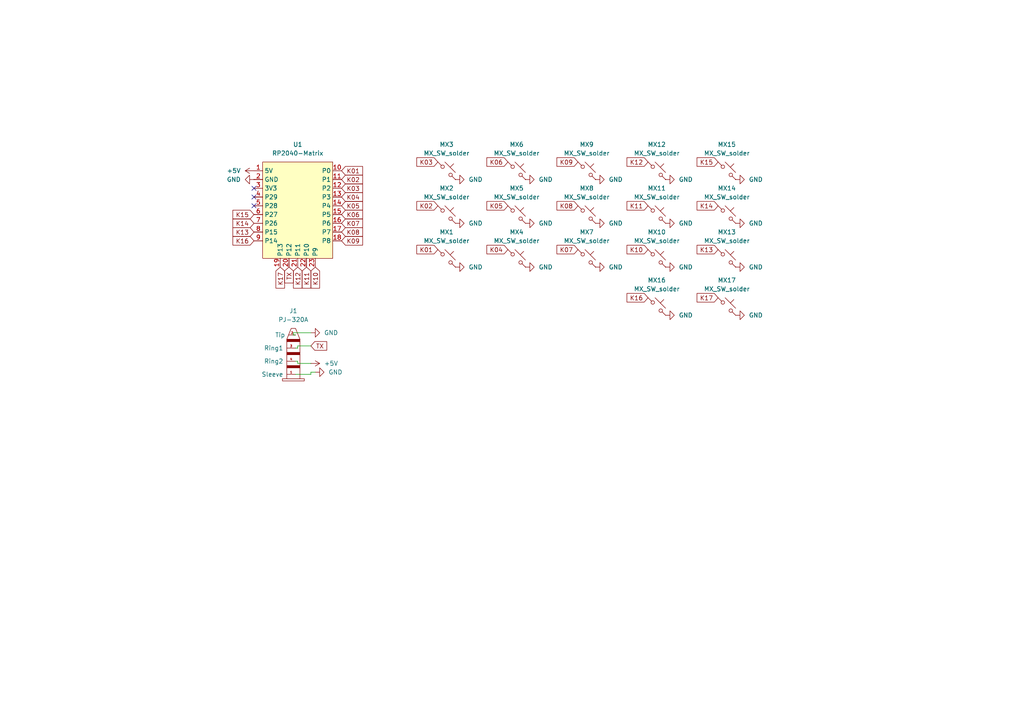
<source format=kicad_sch>
(kicad_sch (version 20231120) (generator "eeschema") (generator_version "8.0")
  (paper "A4")
  (lib_symbols
    (symbol "PJ-320A_Library:PJ-320A" (pin_names (offset 1.016))
      (property "Reference" "U" (at 0 -1.905 0))
      (property "Value" "PJ-320A" (at 0 0 0))
      (symbol "PJ-320A_0_1"
        (rectangle (start -3.175 1.27) (end 3.175 1.905))
        (rectangle (start -1.905 1.905) (end 1.905 5.08))
        (rectangle (start -1.905 5.08) (end 1.905 5.715) (fill (type outline)))
        (rectangle (start -1.905 5.715) (end 1.905 8.89))
        (rectangle (start -1.905 8.89) (end 1.905 9.525) (fill (type outline)))
        (rectangle (start -1.905 9.525) (end 1.905 12.7))
        (rectangle (start -1.905 12.7) (end 1.905 13.335) (fill (type outline)))
        (polyline (pts (xy -1.905 13.335) (xy -0.635 16.51) (xy 0.635 16.51) (xy 1.905 13.335) (xy -1.905 13.335)))
      )
      (symbol "PJ-320A_1_1"
        (pin bidirectional line (at 0.635 3.175 180) (length 2.54) (name "Sleeve") (number "1"))
        (pin bidirectional line (at 0.635 14.605 180) (length 2.0066) (name "Tip") (number "2"))
        (pin bidirectional line (at 0.635 10.795 180) (length 2.54) (name "Ring1") (number "3"))
        (pin bidirectional line (at 0.635 6.985 180) (length 2.54) (name "Ring2") (number "4"))
      )
    )
    (symbol "marbastlib-mx:MX_SW_solder" (pin_numbers hide) (pin_names (offset 1.016) hide)
      (property "Reference" "MX" (at 3.048 1.016 0))
      (property "Value" "MX_SW_solder" (at 0 -3.81 0))
      (symbol "MX_SW_solder_0_1"
        (circle (center -1.1684 1.1684) (radius 0.508))
        (polyline (pts (xy -0.508 2.54) (xy 2.54 -0.508)))
        (polyline (pts (xy 1.016 1.016) (xy 2.032 2.032)))
        (polyline (pts (xy -2.54 2.54) (xy -1.524 1.524) (xy -1.524 1.524)))
        (polyline (pts (xy 1.524 -1.524) (xy 2.54 -2.54) (xy 2.54 -2.54) (xy 2.54 -2.54)))
        (circle (center 1.143 -1.1938) (radius 0.508))
        (pin passive line (at -2.54 2.54 0) (length 0) (name "1") (number "1"))
        (pin passive line (at 2.54 -2.54 180) (length 0) (name "2") (number "2"))
      )
    )
    (symbol "marbastlib-promicroish:RP2040-Matrix" (in_bom no)
      (property "Reference" "U" (at 0 20.574 0))
      (property "Value" "RP2040-Matrix" (at 0 18.034 0))
      (symbol "RP2040-Matrix_0_0"
        (pin bidirectional line (at 12.7 13.97 180) (length 2.54) (name "P0") (number "10"))
        (pin bidirectional line (at 12.7 11.43 180) (length 2.54) (name "P1") (number "11"))
        (pin bidirectional line (at 12.7 8.89 180) (length 2.54) (name "P2") (number "12"))
        (pin power_out line (at 12.7 3.81 180) (length 2.54) (name "P4") (number "14"))
        (pin bidirectional line (at 12.7 1.27 180) (length 2.54) (name "P5") (number "15"))
        (pin bidirectional line (at 12.7 -3.81 180) (length 2.54) (name "P7") (number "17"))
        (pin bidirectional line (at 12.7 -6.35 180) (length 2.54) (name "P8") (number "18"))
        (pin bidirectional line (at -5.08 -13.97 90) (length 2.54) (name "P13") (number "19"))
        (pin bidirectional line (at -2.54 -13.97 90) (length 2.54) (name "P12") (number "20"))
        (pin bidirectional line (at 0 -13.97 90) (length 2.54) (name "P11") (number "21"))
        (pin bidirectional line (at 2.54 -13.97 90) (length 2.54) (name "P10") (number "22"))
        (pin bidirectional line (at 5.08 -13.97 90) (length 2.54) (name "P9") (number "23"))
        (pin bidirectional line (at -12.7 3.81 0) (length 2.54) (name "P28") (number "5"))
        (pin bidirectional line (at -12.7 1.27 0) (length 2.54) (name "P27") (number "6"))
        (pin bidirectional line (at -12.7 -1.27 0) (length 2.54) (name "P26") (number "7"))
        (pin bidirectional line (at -12.7 -3.81 0) (length 2.54) (name "P15") (number "8"))
      )
      (symbol "RP2040-Matrix_1_0"
        (pin power_out line (at -12.7 13.97 0) (length 2.54) (name "5V") (number "1"))
        (pin bidirectional line (at 12.7 6.35 180) (length 2.54) (name "P3") (number "13"))
        (pin power_out line (at 12.7 -1.27 180) (length 2.54) (name "P6") (number "16"))
        (pin power_out line (at -12.7 11.43 0) (length 2.54) (name "GND") (number "2"))
        (pin power_out line (at -12.7 8.89 0) (length 2.54) (name "3V3") (number "3"))
        (pin bidirectional line (at -12.7 6.35 0) (length 2.54) (name "P29") (number "4"))
        (pin bidirectional line (at -12.7 -6.35 0) (length 2.54) (name "P14") (number "9"))
      )
      (symbol "RP2040-Matrix_1_1"
        (rectangle (start -10.16 16.51) (end 10.16 -11.43) (fill (type background)))
      )
    )
    (symbol "power:+5V" (power) (pin_numbers hide) (pin_names (offset 0) hide)
      (property "Value" "+5V" (at 0 3.556 0))
      (symbol "+5V_0_1"
        (polyline (pts (xy -0.762 1.27) (xy 0 2.54)))
        (polyline (pts (xy 0 0) (xy 0 2.54)))
        (polyline (pts (xy 0 2.54) (xy 0.762 1.27)))
      )
      (symbol "+5V_1_1"
        (pin power_in line (at 0 0 90) (length 0) (name "~") (number "1"))
      )
    )
    (symbol "power:GND" (power) (pin_numbers hide) (pin_names (offset 0) hide)
      (property "Value" "GND" (at 0 -3.81 0))
      (symbol "GND_0_1"
        (polyline (pts (xy 0 0) (xy 0 -1.27) (xy 1.27 -1.27) (xy 0 -2.54) (xy -1.27 -1.27) (xy 0 -1.27)))
      )
      (symbol "GND_1_1"
        (pin power_in line (at 0 0 270) (length 0) (name "~") (number "1"))
      )
    )
  )
  (no_connect (at 73.66 59.69))
  (no_connect (at 73.66 54.61))
  (no_connect (at 73.66 57.15))
  (wire (pts (xy 90.17 107.95) (xy 90.17 108.585)))
  (wire (pts (xy 85.09 97.155) (xy 85.725 97.155)))
  (wire (pts (xy 90.17 108.585) (xy 85.725 108.585)))
  (wire (pts (xy 86.36 100.33) (xy 86.36 100.965)))
  (wire (pts (xy 86.36 105.41) (xy 86.36 104.775)))
  (wire (pts (xy 86.36 104.775) (xy 85.725 104.775)))
  (wire (pts (xy 85.09 96.52) (xy 90.17 96.52)))
  (wire (pts (xy 90.17 107.95) (xy 91.44 107.95)))
  (wire (pts (xy 85.09 96.52) (xy 85.09 97.155)))
  (wire (pts (xy 86.36 100.965) (xy 85.725 100.965)))
  (wire (pts (xy 86.36 105.41) (xy 90.17 105.41)))
  (wire (pts (xy 86.36 100.33) (xy 90.17 100.33)))
  (global_label "K13" (shape input) (at 208.28 72.39 180) (property "Intersheetrefs" "${INTERSHEET_REFS}" (effects (hide yes))))
  (global_label "K11" (shape input) (at 88.9 77.47 270) (property "Intersheetrefs" "${INTERSHEET_REFS}" (effects (hide yes))))
  (global_label "K11" (shape input) (at 187.96 59.69 180) (property "Intersheetrefs" "${INTERSHEET_REFS}" (effects (hide yes))))
  (global_label "K14" (shape input) (at 73.66 64.77 180) (property "Intersheetrefs" "${INTERSHEET_REFS}" (effects (hide yes))))
  (global_label "K16" (shape input) (at 187.96 86.36 180) (property "Intersheetrefs" "${INTERSHEET_REFS}" (effects (hide yes))))
  (global_label "K04" (shape input) (at 147.32 72.39 180) (property "Intersheetrefs" "${INTERSHEET_REFS}" (effects (hide yes))))
  (global_label "K08" (shape input) (at 167.64 59.69 180) (property "Intersheetrefs" "${INTERSHEET_REFS}" (effects (hide yes))))
  (global_label "K16" (shape input) (at 73.66 69.85 180) (property "Intersheetrefs" "${INTERSHEET_REFS}" (effects (hide yes))))
  (global_label "K15" (shape input) (at 73.66 62.23 180) (property "Intersheetrefs" "${INTERSHEET_REFS}" (effects (hide yes))))
  (global_label "TX" (shape input) (at 83.82 77.47 270) (property "Intersheetrefs" "${INTERSHEET_REFS}" (effects (hide yes))))
  (global_label "K06" (shape input) (at 99.06 62.23 0) (property "Intersheetrefs" "${INTERSHEET_REFS}" (effects (hide yes))))
  (global_label "K01" (shape input) (at 127 72.39 180) (property "Intersheetrefs" "${INTERSHEET_REFS}" (effects (hide yes))))
  (global_label "K02" (shape input) (at 127 59.69 180) (property "Intersheetrefs" "${INTERSHEET_REFS}" (effects (hide yes))))
  (global_label "K12" (shape input) (at 187.96 46.99 180) (property "Intersheetrefs" "${INTERSHEET_REFS}" (effects (hide yes))))
  (global_label "K03" (shape input) (at 99.06 54.61 0) (property "Intersheetrefs" "${INTERSHEET_REFS}" (effects (hide yes))))
  (global_label "K10" (shape input) (at 187.96 72.39 180) (property "Intersheetrefs" "${INTERSHEET_REFS}" (effects (hide yes))))
  (global_label "K05" (shape input) (at 99.06 59.69 0) (property "Intersheetrefs" "${INTERSHEET_REFS}" (effects (hide yes))))
  (global_label "K13" (shape input) (at 73.66 67.31 180) (property "Intersheetrefs" "${INTERSHEET_REFS}" (effects (hide yes))))
  (global_label "K06" (shape input) (at 147.32 46.99 180) (property "Intersheetrefs" "${INTERSHEET_REFS}" (effects (hide yes))))
  (global_label "K10" (shape input) (at 91.44 77.47 270) (property "Intersheetrefs" "${INTERSHEET_REFS}" (effects (hide yes))))
  (global_label "K05" (shape input) (at 147.32 59.69 180) (property "Intersheetrefs" "${INTERSHEET_REFS}" (effects (hide yes))))
  (global_label "K07" (shape input) (at 167.64 72.39 180) (property "Intersheetrefs" "${INTERSHEET_REFS}" (effects (hide yes))))
  (global_label "K01" (shape input) (at 99.06 49.53 0) (property "Intersheetrefs" "${INTERSHEET_REFS}" (effects (hide yes))))
  (global_label "K09" (shape input) (at 99.06 69.85 0) (property "Intersheetrefs" "${INTERSHEET_REFS}" (effects (hide yes))))
  (global_label "K15" (shape input) (at 208.28 46.99 180) (property "Intersheetrefs" "${INTERSHEET_REFS}" (effects (hide yes))))
  (global_label "K07" (shape input) (at 99.06 64.77 0) (property "Intersheetrefs" "${INTERSHEET_REFS}" (effects (hide yes))))
  (global_label "K04" (shape input) (at 99.06 57.15 0) (property "Intersheetrefs" "${INTERSHEET_REFS}" (effects (hide yes))))
  (global_label "K03" (shape input) (at 127 46.99 180) (property "Intersheetrefs" "${INTERSHEET_REFS}" (effects (hide yes))))
  (global_label "K09" (shape input) (at 167.64 46.99 180) (property "Intersheetrefs" "${INTERSHEET_REFS}" (effects (hide yes))))
  (global_label "K02" (shape input) (at 99.06 52.07 0) (property "Intersheetrefs" "${INTERSHEET_REFS}" (effects (hide yes))))
  (global_label "K17" (shape input) (at 208.28 86.36 180) (property "Intersheetrefs" "${INTERSHEET_REFS}" (effects (hide yes))))
  (global_label "K08" (shape input) (at 99.06 67.31 0) (property "Intersheetrefs" "${INTERSHEET_REFS}" (effects (hide yes))))
  (global_label "K12" (shape input) (at 86.36 77.47 270) (property "Intersheetrefs" "${INTERSHEET_REFS}" (effects (hide yes))))
  (global_label "K14" (shape input) (at 208.28 59.69 180) (property "Intersheetrefs" "${INTERSHEET_REFS}" (effects (hide yes))))
  (global_label "K17" (shape input) (at 81.28 77.47 270) (property "Intersheetrefs" "${INTERSHEET_REFS}" (effects (hide yes))))
  (global_label "TX" (shape input) (at 90.17 100.33 0) (property "Intersheetrefs" "${INTERSHEET_REFS}" (effects (hide yes))))
  (symbol (lib_id "marbastlib-mx:MX_SW_solder") (at 129.54 49.53 0) (unit 1)
    (property "Reference" "MX3" (at 129.54 41.91 0))
    (property "Value" "MX_SW_solder" (at 129.54 44.45 0))
    (property "Footprint" "risha:SW_MX_Reversible_1u" (effects (hide yes)))
    (property "Description" "Push button switch, normally open, two pins, 45° tilted" (effects (hide yes)))
  )
  (symbol (lib_id "marbastlib-mx:MX_SW_solder") (at 170.18 74.93 0) (unit 1)
    (property "Reference" "MX7" (at 170.18 67.31 0))
    (property "Value" "MX_SW_solder" (at 170.18 69.85 0))
    (property "Footprint" "risha:SW_MX_Reversible_1u" (effects (hide yes)))
    (property "Description" "Push button switch, normally open, two pins, 45° tilted" (effects (hide yes)))
  )
  (symbol (lib_id "power:GND") (at 91.44 107.95 90) (unit 1)
    (property "Reference" "#PWR020" (effects (hide yes)))
    (property "Value" "GND" (at 95.25 107.9499 90) (effects (justify right)))
    (property "Description" "Power symbol creates a global label with name \"GND\" , ground" (effects (hide yes)))
  )
  (symbol (lib_id "marbastlib-mx:MX_SW_solder") (at 149.86 62.23 0) (unit 1)
    (property "Reference" "MX5" (at 149.86 54.61 0))
    (property "Value" "MX_SW_solder" (at 149.86 57.15 0))
    (property "Footprint" "risha:SW_MX_Reversible_1u" (effects (hide yes)))
    (property "Description" "Push button switch, normally open, two pins, 45° tilted" (effects (hide yes)))
  )
  (symbol (lib_id "marbastlib-mx:MX_SW_solder") (at 129.54 62.23 0) (unit 1)
    (property "Reference" "MX2" (at 129.54 54.61 0))
    (property "Value" "MX_SW_solder" (at 129.54 57.15 0))
    (property "Footprint" "risha:SW_MX_Reversible_1u" (effects (hide yes)))
    (property "Description" "Push button switch, normally open, two pins, 45° tilted" (effects (hide yes)))
  )
  (symbol (lib_id "power:GND") (at 132.08 52.07 90) (unit 1)
    (property "Reference" "#PWR03" (effects (hide yes)))
    (property "Value" "GND" (at 135.89 52.0699 90) (effects (justify right)))
    (property "Description" "Power symbol creates a global label with name \"GND\" , ground" (effects (hide yes)))
  )
  (symbol (lib_id "power:GND") (at 213.36 64.77 90) (unit 1)
    (property "Reference" "#PWR014" (effects (hide yes)))
    (property "Value" "GND" (at 217.17 64.7699 90) (effects (justify right)))
    (property "Description" "Power symbol creates a global label with name \"GND\" , ground" (effects (hide yes)))
  )
  (symbol (lib_id "power:GND") (at 152.4 77.47 90) (unit 1)
    (property "Reference" "#PWR04" (effects (hide yes)))
    (property "Value" "GND" (at 156.21 77.4699 90) (effects (justify right)))
    (property "Description" "Power symbol creates a global label with name \"GND\" , ground" (effects (hide yes)))
  )
  (symbol (lib_id "power:GND") (at 193.04 52.07 90) (unit 1)
    (property "Reference" "#PWR012" (effects (hide yes)))
    (property "Value" "GND" (at 196.85 52.0699 90) (effects (justify right)))
    (property "Description" "Power symbol creates a global label with name \"GND\" , ground" (effects (hide yes)))
  )
  (symbol (lib_id "power:GND") (at 172.72 64.77 90) (unit 1)
    (property "Reference" "#PWR08" (effects (hide yes)))
    (property "Value" "GND" (at 176.53 64.7699 90) (effects (justify right)))
    (property "Description" "Power symbol creates a global label with name \"GND\" , ground" (effects (hide yes)))
  )
  (symbol (lib_id "PJ-320A_Library:PJ-320A") (at 85.09 111.76 0) (unit 1)
    (property "Reference" "J1" (at 85.09 90.17 0))
    (property "Value" "PJ-320A" (at 85.09 92.71 0))
    (property "Footprint" "risha:PJ-320A_Reversible" (effects (hide yes)))
  )
  (symbol (lib_id "power:+5V") (at 90.17 105.41 270) (unit 1)
    (property "Reference" "#PWR022" (effects (hide yes)))
    (property "Value" "+5V" (at 93.98 105.4099 90) (effects (justify left)))
    (property "Description" "Power symbol creates a global label with name \"+5V\"" (effects (hide yes)))
  )
  (symbol (lib_id "marbastlib-mx:MX_SW_solder") (at 210.82 49.53 0) (unit 1)
    (property "Reference" "MX15" (at 210.82 41.91 0))
    (property "Value" "MX_SW_solder" (at 210.82 44.45 0))
    (property "Footprint" "risha:SW_MX_Reversible_1u" (effects (hide yes)))
    (property "Description" "Push button switch, normally open, two pins, 45° tilted" (effects (hide yes)))
  )
  (symbol (lib_id "marbastlib-mx:MX_SW_solder") (at 129.54 74.93 0) (unit 1)
    (property "Reference" "MX1" (at 129.54 67.31 0))
    (property "Value" "MX_SW_solder" (at 129.54 69.85 0))
    (property "Footprint" "risha:SW_MX_Reversible_1u" (effects (hide yes)))
    (property "Description" "Push button switch, normally open, two pins, 45° tilted" (effects (hide yes)))
  )
  (symbol (lib_id "power:GND") (at 132.08 77.47 90) (unit 1)
    (property "Reference" "#PWR01" (effects (hide yes)))
    (property "Value" "GND" (at 135.89 77.4699 90) (effects (justify right)))
    (property "Description" "Power symbol creates a global label with name \"GND\" , ground" (effects (hide yes)))
  )
  (symbol (lib_id "marbastlib-mx:MX_SW_solder") (at 170.18 49.53 0) (unit 1)
    (property "Reference" "MX9" (at 170.18 41.91 0))
    (property "Value" "MX_SW_solder" (at 170.18 44.45 0))
    (property "Footprint" "risha:SW_MX_Reversible_1u" (effects (hide yes)))
    (property "Description" "Push button switch, normally open, two pins, 45° tilted" (effects (hide yes)))
  )
  (symbol (lib_id "power:GND") (at 132.08 64.77 90) (unit 1)
    (property "Reference" "#PWR02" (effects (hide yes)))
    (property "Value" "GND" (at 135.89 64.7699 90) (effects (justify right)))
    (property "Description" "Power symbol creates a global label with name \"GND\" , ground" (effects (hide yes)))
  )
  (symbol (lib_id "marbastlib-mx:MX_SW_solder") (at 190.5 62.23 0) (unit 1)
    (property "Reference" "MX11" (at 190.5 54.61 0))
    (property "Value" "MX_SW_solder" (at 190.5 57.15 0))
    (property "Footprint" "risha:SW_MX_Reversible_1u" (effects (hide yes)))
    (property "Description" "Push button switch, normally open, two pins, 45° tilted" (effects (hide yes)))
  )
  (symbol (lib_id "power:GND") (at 152.4 52.07 90) (unit 1)
    (property "Reference" "#PWR06" (effects (hide yes)))
    (property "Value" "GND" (at 156.21 52.0699 90) (effects (justify right)))
    (property "Description" "Power symbol creates a global label with name \"GND\" , ground" (effects (hide yes)))
  )
  (symbol (lib_id "power:GND") (at 193.04 91.44 90) (unit 1)
    (property "Reference" "#PWR016" (effects (hide yes)))
    (property "Value" "GND" (at 196.85 91.4399 90) (effects (justify right)))
    (property "Description" "Power symbol creates a global label with name \"GND\" , ground" (effects (hide yes)))
  )
  (symbol (lib_id "marbastlib-mx:MX_SW_solder") (at 190.5 49.53 0) (unit 1)
    (property "Reference" "MX12" (at 190.5 41.91 0))
    (property "Value" "MX_SW_solder" (at 190.5 44.45 0))
    (property "Footprint" "risha:SW_MX_Reversible_1u" (effects (hide yes)))
    (property "Description" "Push button switch, normally open, two pins, 45° tilted" (effects (hide yes)))
  )
  (symbol (lib_id "power:+5V") (at 73.66 49.53 90) (unit 1)
    (property "Reference" "#PWR018" (effects (hide yes)))
    (property "Value" "+5V" (at 69.85 49.5299 90) (effects (justify left)))
    (property "Description" "Power symbol creates a global label with name \"+5V\"" (effects (hide yes)))
  )
  (symbol (lib_id "power:GND") (at 73.66 52.07 270) (unit 1)
    (property "Reference" "#PWR019" (effects (hide yes)))
    (property "Value" "GND" (at 69.85 52.0699 90) (effects (justify right)))
    (property "Description" "Power symbol creates a global label with name \"GND\" , ground" (effects (hide yes)))
  )
  (symbol (lib_id "marbastlib-mx:MX_SW_solder") (at 170.18 62.23 0) (unit 1)
    (property "Reference" "MX8" (at 170.18 54.61 0))
    (property "Value" "MX_SW_solder" (at 170.18 57.15 0))
    (property "Footprint" "risha:SW_MX_Reversible_1u" (effects (hide yes)))
    (property "Description" "Push button switch, normally open, two pins, 45° tilted" (effects (hide yes)))
  )
  (symbol (lib_id "power:GND") (at 193.04 77.47 90) (unit 1)
    (property "Reference" "#PWR010" (effects (hide yes)))
    (property "Value" "GND" (at 196.85 77.4699 90) (effects (justify right)))
    (property "Description" "Power symbol creates a global label with name \"GND\" , ground" (effects (hide yes)))
  )
  (symbol (lib_id "power:GND") (at 213.36 77.47 90) (unit 1)
    (property "Reference" "#PWR013" (effects (hide yes)))
    (property "Value" "GND" (at 217.17 77.4699 90) (effects (justify right)))
    (property "Description" "Power symbol creates a global label with name \"GND\" , ground" (effects (hide yes)))
  )
  (symbol (lib_id "power:GND") (at 213.36 91.44 90) (unit 1)
    (property "Reference" "#PWR017" (effects (hide yes)))
    (property "Value" "GND" (at 217.17 91.4399 90) (effects (justify right)))
    (property "Description" "Power symbol creates a global label with name \"GND\" , ground" (effects (hide yes)))
  )
  (symbol (lib_id "power:GND") (at 213.36 52.07 90) (unit 1)
    (property "Reference" "#PWR015" (effects (hide yes)))
    (property "Value" "GND" (at 217.17 52.0699 90) (effects (justify right)))
    (property "Description" "Power symbol creates a global label with name \"GND\" , ground" (effects (hide yes)))
  )
  (symbol (lib_id "marbastlib-mx:MX_SW_solder") (at 149.86 74.93 0) (unit 1)
    (property "Reference" "MX4" (at 149.86 67.31 0))
    (property "Value" "MX_SW_solder" (at 149.86 69.85 0))
    (property "Footprint" "risha:SW_MX_Reversible_1u" (effects (hide yes)))
    (property "Description" "Push button switch, normally open, two pins, 45° tilted" (effects (hide yes)))
  )
  (symbol (lib_id "marbastlib-mx:MX_SW_solder") (at 210.82 74.93 0) (unit 1)
    (property "Reference" "MX13" (at 210.82 67.31 0))
    (property "Value" "MX_SW_solder" (at 210.82 69.85 0))
    (property "Footprint" "risha:SW_MX_Reversible_1u" (effects (hide yes)))
    (property "Description" "Push button switch, normally open, two pins, 45° tilted" (effects (hide yes)))
  )
  (symbol (lib_id "power:GND") (at 193.04 64.77 90) (unit 1)
    (property "Reference" "#PWR011" (effects (hide yes)))
    (property "Value" "GND" (at 196.85 64.7699 90) (effects (justify right)))
    (property "Description" "Power symbol creates a global label with name \"GND\" , ground" (effects (hide yes)))
  )
  (symbol (lib_id "power:GND") (at 172.72 77.47 90) (unit 1)
    (property "Reference" "#PWR07" (effects (hide yes)))
    (property "Value" "GND" (at 176.53 77.4699 90) (effects (justify right)))
    (property "Description" "Power symbol creates a global label with name \"GND\" , ground" (effects (hide yes)))
  )
  (symbol (lib_id "power:GND") (at 152.4 64.77 90) (unit 1)
    (property "Reference" "#PWR05" (effects (hide yes)))
    (property "Value" "GND" (at 156.21 64.7699 90) (effects (justify right)))
    (property "Description" "Power symbol creates a global label with name \"GND\" , ground" (effects (hide yes)))
  )
  (symbol (lib_id "marbastlib-mx:MX_SW_solder") (at 190.5 88.9 0) (unit 1)
    (property "Reference" "MX16" (at 190.5 81.28 0))
    (property "Value" "MX_SW_solder" (at 190.5 83.82 0))
    (property "Footprint" "risha:SW_MX_Reversible_1u" (effects (hide yes)))
    (property "Description" "Push button switch, normally open, two pins, 45° tilted" (effects (hide yes)))
  )
  (symbol (lib_id "marbastlib-mx:MX_SW_solder") (at 210.82 88.9 0) (unit 1)
    (property "Reference" "MX17" (at 210.82 81.28 0))
    (property "Value" "MX_SW_solder" (at 210.82 83.82 0))
    (property "Footprint" "risha:SW_MX_Reversible_1u" (effects (hide yes)))
    (property "Description" "Push button switch, normally open, two pins, 45° tilted" (effects (hide yes)))
  )
  (symbol (lib_id "marbastlib-mx:MX_SW_solder") (at 190.5 74.93 0) (unit 1)
    (property "Reference" "MX10" (at 190.5 67.31 0))
    (property "Value" "MX_SW_solder" (at 190.5 69.85 0))
    (property "Footprint" "risha:SW_MX_Reversible_1u" (effects (hide yes)))
    (property "Description" "Push button switch, normally open, two pins, 45° tilted" (effects (hide yes)))
  )
  (symbol (lib_id "marbastlib-mx:MX_SW_solder") (at 149.86 49.53 0) (unit 1)
    (property "Reference" "MX6" (at 149.86 41.91 0))
    (property "Value" "MX_SW_solder" (at 149.86 44.45 0))
    (property "Footprint" "risha:SW_MX_Reversible_1u" (effects (hide yes)))
    (property "Description" "Push button switch, normally open, two pins, 45° tilted" (effects (hide yes)))
  )
  (symbol (lib_id "marbastlib-promicroish:RP2040-Matrix") (at 86.36 63.5 0) (unit 1) (in_bom no)
    (property "Reference" "U1" (at 86.36 41.91 0))
    (property "Value" "RP2040-Matrix" (at 86.36 44.45 0))
    (property "Footprint" "risha:RP2040-Matrix_AH" (effects (hide yes)))
    (property "Datasheet" "https://www.waveshare.com/rp2040-matrix.htm" (effects (hide yes)))
    (property "Description" "Symbol for a Waveshare RP2040-Matrix" (effects (hide yes)))
  )
  (symbol (lib_id "power:GND") (at 90.17 96.52 90) (unit 1)
    (property "Reference" "#PWR021" (effects (hide yes)))
    (property "Value" "GND" (at 93.98 96.5199 90) (effects (justify right)))
    (property "Description" "Power symbol creates a global label with name \"GND\" , ground" (effects (hide yes)))
  )
  (symbol (lib_id "marbastlib-mx:MX_SW_solder") (at 210.82 62.23 0) (unit 1)
    (property "Reference" "MX14" (at 210.82 54.61 0))
    (property "Value" "MX_SW_solder" (at 210.82 57.15 0))
    (property "Footprint" "risha:SW_MX_Reversible_1u" (effects (hide yes)))
    (property "Description" "Push button switch, normally open, two pins, 45° tilted" (effects (hide yes)))
  )
  (symbol (lib_id "power:GND") (at 172.72 52.07 90) (unit 1)
    (property "Reference" "#PWR09" (effects (hide yes)))
    (property "Value" "GND" (at 176.53 52.0699 90) (effects (justify right)))
    (property "Description" "Power symbol creates a global label with name \"GND\" , ground" (effects (hide yes)))
  )
)
</source>
